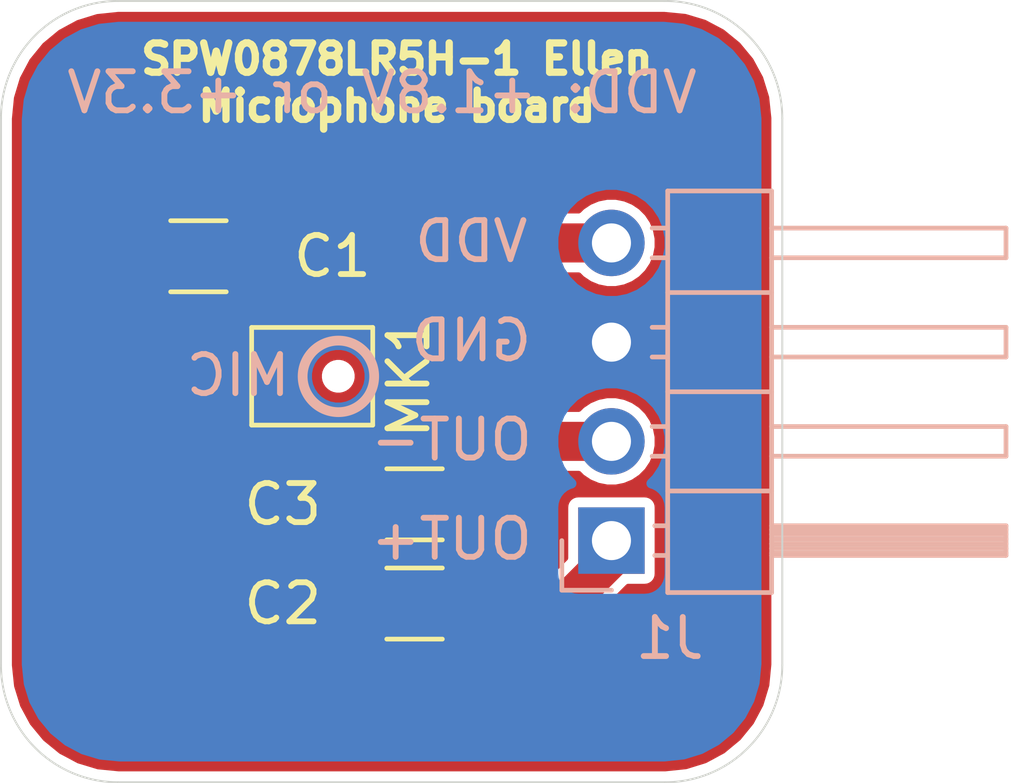
<source format=kicad_pcb>
(kicad_pcb (version 20171130) (host pcbnew 5.99.0+really5.1.10+dfsg1-1)

  (general
    (thickness 1.6)
    (drawings 16)
    (tracks 14)
    (zones 0)
    (modules 5)
    (nets 7)
  )

  (page A4)
  (title_block
    (title "Analog differential microphone")
    (date 2022-02-09)
  )

  (layers
    (0 F.Cu signal)
    (31 B.Cu signal)
    (32 B.Adhes user)
    (33 F.Adhes user)
    (34 B.Paste user)
    (35 F.Paste user)
    (36 B.SilkS user)
    (37 F.SilkS user)
    (38 B.Mask user)
    (39 F.Mask user)
    (40 Dwgs.User user)
    (41 Cmts.User user)
    (42 Eco1.User user)
    (43 Eco2.User user)
    (44 Edge.Cuts user)
    (45 Margin user)
    (46 B.CrtYd user)
    (47 F.CrtYd user)
    (48 B.Fab user)
    (49 F.Fab user)
  )

  (setup
    (last_trace_width 0.25)
    (user_trace_width 0.36)
    (user_trace_width 1)
    (trace_clearance 0.2)
    (zone_clearance 0.254)
    (zone_45_only no)
    (trace_min 0.2)
    (via_size 0.8)
    (via_drill 0.4)
    (via_min_size 0.4)
    (via_min_drill 0.3)
    (user_via 0.6 0.3)
    (uvia_size 0.3)
    (uvia_drill 0.1)
    (uvias_allowed no)
    (uvia_min_size 0.2)
    (uvia_min_drill 0.1)
    (edge_width 0.05)
    (segment_width 0.2)
    (pcb_text_width 0.3)
    (pcb_text_size 1.5 1.5)
    (mod_edge_width 0.12)
    (mod_text_size 1 1)
    (mod_text_width 0.15)
    (pad_size 1.524 1.524)
    (pad_drill 0.762)
    (pad_to_mask_clearance 0)
    (aux_axis_origin 181 103)
    (grid_origin 181 103)
    (visible_elements FFFFFF7F)
    (pcbplotparams
      (layerselection 0x010fc_ffffffff)
      (usegerberextensions false)
      (usegerberattributes true)
      (usegerberadvancedattributes true)
      (creategerberjobfile true)
      (excludeedgelayer true)
      (linewidth 0.100000)
      (plotframeref false)
      (viasonmask false)
      (mode 1)
      (useauxorigin false)
      (hpglpennumber 1)
      (hpglpenspeed 20)
      (hpglpendiameter 15.000000)
      (psnegative false)
      (psa4output false)
      (plotreference true)
      (plotvalue true)
      (plotinvisibletext false)
      (padsonsilk false)
      (subtractmaskfromsilk false)
      (outputformat 1)
      (mirror false)
      (drillshape 0)
      (scaleselection 1)
      (outputdirectory "Production_Files/"))
  )

  (net 0 "")
  (net 1 GND)
  (net 2 VDD)
  (net 3 "Net-(C2-Pad2)")
  (net 4 "Net-(C2-Pad1)")
  (net 5 "Net-(C3-Pad2)")
  (net 6 "Net-(C3-Pad1)")

  (net_class Default "This is the default net class."
    (clearance 0.2)
    (trace_width 0.25)
    (via_dia 0.8)
    (via_drill 0.4)
    (uvia_dia 0.3)
    (uvia_drill 0.1)
    (add_net GND)
    (add_net "Net-(C2-Pad1)")
    (add_net "Net-(C2-Pad2)")
    (add_net "Net-(C3-Pad1)")
    (add_net "Net-(C3-Pad2)")
    (add_net VDD)
  )

  (module SPW0878LR5H-1:SPW0878LR5H-1 (layer F.Cu) (tedit 62063BF5) (tstamp 620437E5)
    (at 188.9665 92.60706 90)
    (path /6203EE5C)
    (fp_text reference MK1 (at -0.02 2.472 90) (layer F.SilkS)
      (effects (font (size 1 1) (thickness 0.15)))
    )
    (fp_text value SPW0878LR5H-1 (at 0 0 90) (layer F.Fab) hide
      (effects (font (size 1 1) (thickness 0.15)))
    )
    (fp_line (start -1.25 -1.55) (end 1.25 -1.55) (layer F.SilkS) (width 0.12))
    (fp_line (start 1.25 -1.55) (end 1.25 1.55) (layer F.SilkS) (width 0.12))
    (fp_line (start 1.25 1.55) (end -1.25 1.55) (layer F.SilkS) (width 0.12))
    (fp_line (start -1.25 1.55) (end -1.25 -1.55) (layer F.SilkS) (width 0.12))
    (pad 5 smd rect (at 0.73 -1.202 90) (size 0.7 0.36) (layers F.Cu F.Paste F.Mask)
      (net 2 VDD))
    (pad 1 smd rect (at -0.73 -1.202 90) (size 0.7 0.36) (layers F.Cu F.Paste F.Mask)
      (net 3 "Net-(C2-Pad2)"))
    (pad 4 smd rect (at 0.73 -0.5 90) (size 0.7 0.36) (layers F.Cu F.Paste F.Mask)
      (net 1 GND) (zone_connect 2))
    (pad 2 smd rect (at -0.73 -0.5 90) (size 0.7 0.36) (layers F.Cu F.Paste F.Mask)
      (net 5 "Net-(C3-Pad2)"))
    (pad 3 smd custom (at 0 0.0805 90) (size 0.1 0.1) (layers F.Cu F.Paste F.Mask)
      (net 1 GND) (zone_connect 2)
      (options (clearance outline) (anchor circle))
      (primitives
        (gr_circle (center 0 0.5875) (end 0.5875 0.5875) (width 0.25))
      ))
    (pad "" np_thru_hole circle (at 0 0.668 90) (size 0.33 0.33) (drill 0.33) (layers *.Cu *.Mask))
  )

  (module Capacitor_SMD:C_1206_3216Metric (layer F.Cu) (tedit 5F68FEEE) (tstamp 6204378A)
    (at 191.587 95.885 180)
    (descr "Capacitor SMD 1206 (3216 Metric), square (rectangular) end terminal, IPC_7351 nominal, (Body size source: IPC-SM-782 page 76, https://www.pcb-3d.com/wordpress/wp-content/uploads/ipc-sm-782a_amendment_1_and_2.pdf), generated with kicad-footprint-generator")
    (tags capacitor)
    (path /620405DE)
    (attr smd)
    (fp_text reference C3 (at 3.373 0) (layer F.SilkS)
      (effects (font (size 1 1) (thickness 0.15)))
    )
    (fp_text value 100n (at 0 1.85) (layer F.Fab) hide
      (effects (font (size 1 1) (thickness 0.15)))
    )
    (fp_line (start -1.6 0.8) (end -1.6 -0.8) (layer F.Fab) (width 0.1))
    (fp_line (start -1.6 -0.8) (end 1.6 -0.8) (layer F.Fab) (width 0.1))
    (fp_line (start 1.6 -0.8) (end 1.6 0.8) (layer F.Fab) (width 0.1))
    (fp_line (start 1.6 0.8) (end -1.6 0.8) (layer F.Fab) (width 0.1))
    (fp_line (start -0.711252 -0.91) (end 0.711252 -0.91) (layer F.SilkS) (width 0.12))
    (fp_line (start -0.711252 0.91) (end 0.711252 0.91) (layer F.SilkS) (width 0.12))
    (fp_line (start -2.3 1.15) (end -2.3 -1.15) (layer F.CrtYd) (width 0.05))
    (fp_line (start -2.3 -1.15) (end 2.3 -1.15) (layer F.CrtYd) (width 0.05))
    (fp_line (start 2.3 -1.15) (end 2.3 1.15) (layer F.CrtYd) (width 0.05))
    (fp_line (start 2.3 1.15) (end -2.3 1.15) (layer F.CrtYd) (width 0.05))
    (fp_text user %R (at 0 0) (layer F.Fab)
      (effects (font (size 0.8 0.8) (thickness 0.12)))
    )
    (pad 2 smd roundrect (at 1.475 0 180) (size 1.15 1.8) (layers F.Cu F.Paste F.Mask) (roundrect_rratio 0.2173904347826087)
      (net 5 "Net-(C3-Pad2)"))
    (pad 1 smd roundrect (at -1.475 0 180) (size 1.15 1.8) (layers F.Cu F.Paste F.Mask) (roundrect_rratio 0.2173904347826087)
      (net 6 "Net-(C3-Pad1)"))
    (model ${KISYS3DMOD}/Capacitor_SMD.3dshapes/C_1206_3216Metric.wrl
      (at (xyz 0 0 0))
      (scale (xyz 1 1 1))
      (rotate (xyz 0 0 0))
    )
  )

  (module Capacitor_SMD:C_1206_3216Metric (layer F.Cu) (tedit 5F68FEEE) (tstamp 62043929)
    (at 191.587 98.425 180)
    (descr "Capacitor SMD 1206 (3216 Metric), square (rectangular) end terminal, IPC_7351 nominal, (Body size source: IPC-SM-782 page 76, https://www.pcb-3d.com/wordpress/wp-content/uploads/ipc-sm-782a_amendment_1_and_2.pdf), generated with kicad-footprint-generator")
    (tags capacitor)
    (path /6203FF4C)
    (attr smd)
    (fp_text reference C2 (at 3.373 0) (layer F.SilkS)
      (effects (font (size 1 1) (thickness 0.15)))
    )
    (fp_text value 100n (at 0 1.85) (layer F.Fab) hide
      (effects (font (size 1 1) (thickness 0.15)))
    )
    (fp_line (start 2.3 1.15) (end -2.3 1.15) (layer F.CrtYd) (width 0.05))
    (fp_line (start 2.3 -1.15) (end 2.3 1.15) (layer F.CrtYd) (width 0.05))
    (fp_line (start -2.3 -1.15) (end 2.3 -1.15) (layer F.CrtYd) (width 0.05))
    (fp_line (start -2.3 1.15) (end -2.3 -1.15) (layer F.CrtYd) (width 0.05))
    (fp_line (start -0.711252 0.91) (end 0.711252 0.91) (layer F.SilkS) (width 0.12))
    (fp_line (start -0.711252 -0.91) (end 0.711252 -0.91) (layer F.SilkS) (width 0.12))
    (fp_line (start 1.6 0.8) (end -1.6 0.8) (layer F.Fab) (width 0.1))
    (fp_line (start 1.6 -0.8) (end 1.6 0.8) (layer F.Fab) (width 0.1))
    (fp_line (start -1.6 -0.8) (end 1.6 -0.8) (layer F.Fab) (width 0.1))
    (fp_line (start -1.6 0.8) (end -1.6 -0.8) (layer F.Fab) (width 0.1))
    (fp_text user %R (at 0 0) (layer F.Fab)
      (effects (font (size 0.8 0.8) (thickness 0.12)))
    )
    (pad 1 smd roundrect (at -1.475 0 180) (size 1.15 1.8) (layers F.Cu F.Paste F.Mask) (roundrect_rratio 0.2173904347826087)
      (net 4 "Net-(C2-Pad1)"))
    (pad 2 smd roundrect (at 1.475 0 180) (size 1.15 1.8) (layers F.Cu F.Paste F.Mask) (roundrect_rratio 0.2173904347826087)
      (net 3 "Net-(C2-Pad2)"))
    (model ${KISYS3DMOD}/Capacitor_SMD.3dshapes/C_1206_3216Metric.wrl
      (at (xyz 0 0 0))
      (scale (xyz 1 1 1))
      (rotate (xyz 0 0 0))
    )
  )

  (module Capacitor_SMD:C_1206_3216Metric (layer F.Cu) (tedit 5F68FEEE) (tstamp 620649B9)
    (at 186.055 89.535 180)
    (descr "Capacitor SMD 1206 (3216 Metric), square (rectangular) end terminal, IPC_7351 nominal, (Body size source: IPC-SM-782 page 76, https://www.pcb-3d.com/wordpress/wp-content/uploads/ipc-sm-782a_amendment_1_and_2.pdf), generated with kicad-footprint-generator")
    (tags capacitor)
    (path /6203F6D0)
    (attr smd)
    (fp_text reference C1 (at -3.429 0) (layer F.SilkS)
      (effects (font (size 1 1) (thickness 0.15)))
    )
    (fp_text value 100n (at 0 1.85) (layer F.Fab) hide
      (effects (font (size 1 1) (thickness 0.15)))
    )
    (fp_line (start -1.6 0.8) (end -1.6 -0.8) (layer F.Fab) (width 0.1))
    (fp_line (start -1.6 -0.8) (end 1.6 -0.8) (layer F.Fab) (width 0.1))
    (fp_line (start 1.6 -0.8) (end 1.6 0.8) (layer F.Fab) (width 0.1))
    (fp_line (start 1.6 0.8) (end -1.6 0.8) (layer F.Fab) (width 0.1))
    (fp_line (start -0.711252 -0.91) (end 0.711252 -0.91) (layer F.SilkS) (width 0.12))
    (fp_line (start -0.711252 0.91) (end 0.711252 0.91) (layer F.SilkS) (width 0.12))
    (fp_line (start -2.3 1.15) (end -2.3 -1.15) (layer F.CrtYd) (width 0.05))
    (fp_line (start -2.3 -1.15) (end 2.3 -1.15) (layer F.CrtYd) (width 0.05))
    (fp_line (start 2.3 -1.15) (end 2.3 1.15) (layer F.CrtYd) (width 0.05))
    (fp_line (start 2.3 1.15) (end -2.3 1.15) (layer F.CrtYd) (width 0.05))
    (fp_text user %R (at 0 0) (layer F.Fab)
      (effects (font (size 0.8 0.8) (thickness 0.12)))
    )
    (pad 2 smd roundrect (at 1.475 0 180) (size 1.15 1.8) (layers F.Cu F.Paste F.Mask) (roundrect_rratio 0.2173904347826087)
      (net 1 GND))
    (pad 1 smd roundrect (at -1.475 0 180) (size 1.15 1.8) (layers F.Cu F.Paste F.Mask) (roundrect_rratio 0.2173904347826087)
      (net 2 VDD))
    (model ${KISYS3DMOD}/Capacitor_SMD.3dshapes/C_1206_3216Metric.wrl
      (at (xyz 0 0 0))
      (scale (xyz 1 1 1))
      (rotate (xyz 0 0 0))
    )
  )

  (module Connector_PinHeader_2.54mm:PinHeader_1x04_P2.54mm_Horizontal (layer B.Cu) (tedit 59FED5CB) (tstamp 620437D7)
    (at 196.627 96.8135)
    (descr "Through hole angled pin header, 1x04, 2.54mm pitch, 6mm pin length, single row")
    (tags "Through hole angled pin header THT 1x04 2.54mm single row")
    (path /62040ECB)
    (fp_text reference J1 (at 1.493 2.5005) (layer B.SilkS)
      (effects (font (size 1 1) (thickness 0.15)) (justify mirror))
    )
    (fp_text value Conn_01x04 (at 4.385 -9.89) (layer B.Fab) hide
      (effects (font (size 1 1) (thickness 0.15)) (justify mirror))
    )
    (fp_line (start 2.135 1.27) (end 4.04 1.27) (layer B.Fab) (width 0.1))
    (fp_line (start 4.04 1.27) (end 4.04 -8.89) (layer B.Fab) (width 0.1))
    (fp_line (start 4.04 -8.89) (end 1.5 -8.89) (layer B.Fab) (width 0.1))
    (fp_line (start 1.5 -8.89) (end 1.5 0.635) (layer B.Fab) (width 0.1))
    (fp_line (start 1.5 0.635) (end 2.135 1.27) (layer B.Fab) (width 0.1))
    (fp_line (start -0.32 0.32) (end 1.5 0.32) (layer B.Fab) (width 0.1))
    (fp_line (start -0.32 0.32) (end -0.32 -0.32) (layer B.Fab) (width 0.1))
    (fp_line (start -0.32 -0.32) (end 1.5 -0.32) (layer B.Fab) (width 0.1))
    (fp_line (start 4.04 0.32) (end 10.04 0.32) (layer B.Fab) (width 0.1))
    (fp_line (start 10.04 0.32) (end 10.04 -0.32) (layer B.Fab) (width 0.1))
    (fp_line (start 4.04 -0.32) (end 10.04 -0.32) (layer B.Fab) (width 0.1))
    (fp_line (start -0.32 -2.22) (end 1.5 -2.22) (layer B.Fab) (width 0.1))
    (fp_line (start -0.32 -2.22) (end -0.32 -2.86) (layer B.Fab) (width 0.1))
    (fp_line (start -0.32 -2.86) (end 1.5 -2.86) (layer B.Fab) (width 0.1))
    (fp_line (start 4.04 -2.22) (end 10.04 -2.22) (layer B.Fab) (width 0.1))
    (fp_line (start 10.04 -2.22) (end 10.04 -2.86) (layer B.Fab) (width 0.1))
    (fp_line (start 4.04 -2.86) (end 10.04 -2.86) (layer B.Fab) (width 0.1))
    (fp_line (start -0.32 -4.76) (end 1.5 -4.76) (layer B.Fab) (width 0.1))
    (fp_line (start -0.32 -4.76) (end -0.32 -5.4) (layer B.Fab) (width 0.1))
    (fp_line (start -0.32 -5.4) (end 1.5 -5.4) (layer B.Fab) (width 0.1))
    (fp_line (start 4.04 -4.76) (end 10.04 -4.76) (layer B.Fab) (width 0.1))
    (fp_line (start 10.04 -4.76) (end 10.04 -5.4) (layer B.Fab) (width 0.1))
    (fp_line (start 4.04 -5.4) (end 10.04 -5.4) (layer B.Fab) (width 0.1))
    (fp_line (start -0.32 -7.3) (end 1.5 -7.3) (layer B.Fab) (width 0.1))
    (fp_line (start -0.32 -7.3) (end -0.32 -7.94) (layer B.Fab) (width 0.1))
    (fp_line (start -0.32 -7.94) (end 1.5 -7.94) (layer B.Fab) (width 0.1))
    (fp_line (start 4.04 -7.3) (end 10.04 -7.3) (layer B.Fab) (width 0.1))
    (fp_line (start 10.04 -7.3) (end 10.04 -7.94) (layer B.Fab) (width 0.1))
    (fp_line (start 4.04 -7.94) (end 10.04 -7.94) (layer B.Fab) (width 0.1))
    (fp_line (start 1.44 1.33) (end 1.44 -8.95) (layer B.SilkS) (width 0.12))
    (fp_line (start 1.44 -8.95) (end 4.1 -8.95) (layer B.SilkS) (width 0.12))
    (fp_line (start 4.1 -8.95) (end 4.1 1.33) (layer B.SilkS) (width 0.12))
    (fp_line (start 4.1 1.33) (end 1.44 1.33) (layer B.SilkS) (width 0.12))
    (fp_line (start 4.1 0.38) (end 10.1 0.38) (layer B.SilkS) (width 0.12))
    (fp_line (start 10.1 0.38) (end 10.1 -0.38) (layer B.SilkS) (width 0.12))
    (fp_line (start 10.1 -0.38) (end 4.1 -0.38) (layer B.SilkS) (width 0.12))
    (fp_line (start 4.1 0.32) (end 10.1 0.32) (layer B.SilkS) (width 0.12))
    (fp_line (start 4.1 0.2) (end 10.1 0.2) (layer B.SilkS) (width 0.12))
    (fp_line (start 4.1 0.08) (end 10.1 0.08) (layer B.SilkS) (width 0.12))
    (fp_line (start 4.1 -0.04) (end 10.1 -0.04) (layer B.SilkS) (width 0.12))
    (fp_line (start 4.1 -0.16) (end 10.1 -0.16) (layer B.SilkS) (width 0.12))
    (fp_line (start 4.1 -0.28) (end 10.1 -0.28) (layer B.SilkS) (width 0.12))
    (fp_line (start 1.11 0.38) (end 1.44 0.38) (layer B.SilkS) (width 0.12))
    (fp_line (start 1.11 -0.38) (end 1.44 -0.38) (layer B.SilkS) (width 0.12))
    (fp_line (start 1.44 -1.27) (end 4.1 -1.27) (layer B.SilkS) (width 0.12))
    (fp_line (start 4.1 -2.16) (end 10.1 -2.16) (layer B.SilkS) (width 0.12))
    (fp_line (start 10.1 -2.16) (end 10.1 -2.92) (layer B.SilkS) (width 0.12))
    (fp_line (start 10.1 -2.92) (end 4.1 -2.92) (layer B.SilkS) (width 0.12))
    (fp_line (start 1.042929 -2.16) (end 1.44 -2.16) (layer B.SilkS) (width 0.12))
    (fp_line (start 1.042929 -2.92) (end 1.44 -2.92) (layer B.SilkS) (width 0.12))
    (fp_line (start 1.44 -3.81) (end 4.1 -3.81) (layer B.SilkS) (width 0.12))
    (fp_line (start 4.1 -4.7) (end 10.1 -4.7) (layer B.SilkS) (width 0.12))
    (fp_line (start 10.1 -4.7) (end 10.1 -5.46) (layer B.SilkS) (width 0.12))
    (fp_line (start 10.1 -5.46) (end 4.1 -5.46) (layer B.SilkS) (width 0.12))
    (fp_line (start 1.042929 -4.7) (end 1.44 -4.7) (layer B.SilkS) (width 0.12))
    (fp_line (start 1.042929 -5.46) (end 1.44 -5.46) (layer B.SilkS) (width 0.12))
    (fp_line (start 1.44 -6.35) (end 4.1 -6.35) (layer B.SilkS) (width 0.12))
    (fp_line (start 4.1 -7.24) (end 10.1 -7.24) (layer B.SilkS) (width 0.12))
    (fp_line (start 10.1 -7.24) (end 10.1 -8) (layer B.SilkS) (width 0.12))
    (fp_line (start 10.1 -8) (end 4.1 -8) (layer B.SilkS) (width 0.12))
    (fp_line (start 1.042929 -7.24) (end 1.44 -7.24) (layer B.SilkS) (width 0.12))
    (fp_line (start 1.042929 -8) (end 1.44 -8) (layer B.SilkS) (width 0.12))
    (fp_line (start -1.27 0) (end -1.27 1.27) (layer B.SilkS) (width 0.12))
    (fp_line (start -1.27 1.27) (end 0 1.27) (layer B.SilkS) (width 0.12))
    (fp_line (start -1.8 1.8) (end -1.8 -9.4) (layer B.CrtYd) (width 0.05))
    (fp_line (start -1.8 -9.4) (end 10.55 -9.4) (layer B.CrtYd) (width 0.05))
    (fp_line (start 10.55 -9.4) (end 10.55 1.8) (layer B.CrtYd) (width 0.05))
    (fp_line (start 10.55 1.8) (end -1.8 1.8) (layer B.CrtYd) (width 0.05))
    (fp_text user %R (at 2.77 -3.81 -90) (layer B.Fab)
      (effects (font (size 1 1) (thickness 0.15)) (justify mirror))
    )
    (pad 4 thru_hole oval (at 0 -7.62) (size 1.7 1.7) (drill 1) (layers *.Cu *.Mask)
      (net 2 VDD))
    (pad 3 thru_hole oval (at 0 -5.08) (size 1.7 1.7) (drill 1) (layers *.Cu *.Mask)
      (net 1 GND))
    (pad 2 thru_hole oval (at 0 -2.54) (size 1.7 1.7) (drill 1) (layers *.Cu *.Mask)
      (net 6 "Net-(C3-Pad1)"))
    (pad 1 thru_hole rect (at 0 0) (size 1.7 1.7) (drill 1) (layers *.Cu *.Mask)
      (net 4 "Net-(C2-Pad1)"))
    (model ${KISYS3DMOD}/Connector_PinHeader_2.54mm.3dshapes/PinHeader_1x04_P2.54mm_Horizontal.wrl
      (at (xyz 0 0 0))
      (scale (xyz 1 1 1))
      (rotate (xyz 0 0 0))
    )
  )

  (gr_text "SPW0878LR5H-1 Ellen\nMicrophone board" (at 191.135 85.09) (layer F.SilkS)
    (effects (font (size 0.75 0.75) (thickness 0.1875)))
  )
  (gr_text MIC (at 187.071 92.583) (layer B.SilkS)
    (effects (font (size 1 1) (thickness 0.15)) (justify mirror))
  )
  (gr_circle (center 189.63781 92.60981) (end 190.55362 92.60981) (layer B.SilkS) (width 0.25))
  (gr_text OUT+ (at 192.532 96.774) (layer B.SilkS) (tstamp 62044B97)
    (effects (font (size 1 1) (thickness 0.15)) (justify mirror))
  )
  (gr_text OUT- (at 192.532 94.234) (layer B.SilkS) (tstamp 62044B97)
    (effects (font (size 1 1) (thickness 0.15)) (justify mirror))
  )
  (gr_text GND (at 193.04 91.694) (layer B.SilkS) (tstamp 62044B97)
    (effects (font (size 1 1) (thickness 0.15)) (justify mirror))
  )
  (gr_text "VDD: +1.8V or +3.3V" (at 190.754 85.344) (layer B.SilkS)
    (effects (font (size 1 1) (thickness 0.15)) (justify mirror))
  )
  (gr_text VDD (at 193.04 89.154) (layer B.SilkS)
    (effects (font (size 1 1) (thickness 0.15)) (justify mirror))
  )
  (gr_arc (start 198 86) (end 201 86) (angle -90) (layer Edge.Cuts) (width 0.05) (tstamp 62044B41))
  (gr_arc (start 184 86) (end 184 83) (angle -90) (layer Edge.Cuts) (width 0.05) (tstamp 62044B41))
  (gr_arc (start 184 100) (end 181 100) (angle -90) (layer Edge.Cuts) (width 0.05) (tstamp 62044B41))
  (gr_arc (start 198 100) (end 198 103) (angle -90) (layer Edge.Cuts) (width 0.05))
  (gr_line (start 201 86) (end 201 100) (layer Edge.Cuts) (width 0.05) (tstamp 620445B5))
  (gr_line (start 184 83) (end 198 83) (layer Edge.Cuts) (width 0.05))
  (gr_line (start 181 100) (end 181 86) (layer Edge.Cuts) (width 0.05))
  (gr_line (start 198 103) (end 184 103) (layer Edge.Cuts) (width 0.05))

  (segment (start 187.7645 89.7695) (end 187.53 89.535) (width 0.25) (layer F.Cu) (net 2))
  (segment (start 187.7645 91.87706) (end 187.7645 89.7695) (width 0.25) (layer F.Cu) (net 2))
  (segment (start 187.8715 89.1935) (end 187.53 89.535) (width 1) (layer F.Cu) (net 2))
  (segment (start 196.627 89.1935) (end 187.8715 89.1935) (width 1) (layer F.Cu) (net 2) (tstamp 62067C4D))
  (segment (start 187.7645 93.33706) (end 187.7645 97.531) (width 0.36) (layer F.Cu) (net 3))
  (segment (start 188.6585 98.425) (end 190.112 98.425) (width 0.36) (layer F.Cu) (net 3))
  (segment (start 187.7645 97.531) (end 188.6585 98.425) (width 0.36) (layer F.Cu) (net 3))
  (segment (start 196.627 96.8135) (end 196.627 97.251) (width 1) (layer F.Cu) (net 4))
  (segment (start 195.453 98.425) (end 193.062 98.425) (width 1) (layer F.Cu) (net 4))
  (segment (start 196.627 97.251) (end 195.453 98.425) (width 1) (layer F.Cu) (net 4))
  (segment (start 188.4665 94.2395) (end 190.112 95.885) (width 0.36) (layer F.Cu) (net 5))
  (segment (start 188.4665 93.33706) (end 188.4665 94.2395) (width 0.36) (layer F.Cu) (net 5))
  (segment (start 194.6735 94.2735) (end 193.062 95.885) (width 1) (layer F.Cu) (net 6))
  (segment (start 196.627 94.2735) (end 194.6735 94.2735) (width 1) (layer F.Cu) (net 6))

  (zone (net 1) (net_name GND) (layer B.Cu) (tstamp 62067BEB) (hatch edge 0.508)
    (connect_pads yes (clearance 0.508))
    (min_thickness 0.254)
    (fill yes (arc_segments 32) (thermal_gap 0.508) (thermal_bridge_width 0.508))
    (polygon
      (pts
        (xy 201 103) (xy 181 103) (xy 181 83) (xy 201 83)
      )
    )
    (filled_polygon
      (pts
        (xy 198.453893 83.70767) (xy 198.890498 83.839489) (xy 199.293185 84.0536) (xy 199.646612 84.341848) (xy 199.937327 84.693261)
        (xy 200.154242 85.094439) (xy 200.289106 85.530113) (xy 200.34 86.014344) (xy 200.340001 99.967711) (xy 200.29233 100.453894)
        (xy 200.160512 100.890497) (xy 199.946399 101.293186) (xy 199.65815 101.646613) (xy 199.306739 101.937327) (xy 198.905564 102.15424)
        (xy 198.469886 102.289106) (xy 197.985664 102.34) (xy 184.032279 102.34) (xy 183.546106 102.29233) (xy 183.109503 102.160512)
        (xy 182.706814 101.946399) (xy 182.353387 101.65815) (xy 182.062673 101.306739) (xy 181.84576 100.905564) (xy 181.710894 100.469886)
        (xy 181.66 99.985664) (xy 181.66 95.9635) (xy 195.138928 95.9635) (xy 195.138928 97.6635) (xy 195.151188 97.787982)
        (xy 195.187498 97.90768) (xy 195.246463 98.017994) (xy 195.325815 98.114685) (xy 195.422506 98.194037) (xy 195.53282 98.253002)
        (xy 195.652518 98.289312) (xy 195.777 98.301572) (xy 197.477 98.301572) (xy 197.601482 98.289312) (xy 197.72118 98.253002)
        (xy 197.831494 98.194037) (xy 197.928185 98.114685) (xy 198.007537 98.017994) (xy 198.066502 97.90768) (xy 198.102812 97.787982)
        (xy 198.115072 97.6635) (xy 198.115072 95.9635) (xy 198.102812 95.839018) (xy 198.066502 95.71932) (xy 198.007537 95.609006)
        (xy 197.928185 95.512315) (xy 197.831494 95.432963) (xy 197.72118 95.373998) (xy 197.64862 95.351987) (xy 197.780475 95.220132)
        (xy 197.94299 94.976911) (xy 198.054932 94.706658) (xy 198.112 94.41976) (xy 198.112 94.12724) (xy 198.054932 93.840342)
        (xy 197.94299 93.570089) (xy 197.780475 93.326868) (xy 197.573632 93.120025) (xy 197.330411 92.95751) (xy 197.060158 92.845568)
        (xy 196.77326 92.7885) (xy 196.48074 92.7885) (xy 196.193842 92.845568) (xy 195.923589 92.95751) (xy 195.680368 93.120025)
        (xy 195.473525 93.326868) (xy 195.31101 93.570089) (xy 195.199068 93.840342) (xy 195.142 94.12724) (xy 195.142 94.41976)
        (xy 195.199068 94.706658) (xy 195.31101 94.976911) (xy 195.473525 95.220132) (xy 195.60538 95.351987) (xy 195.53282 95.373998)
        (xy 195.422506 95.432963) (xy 195.325815 95.512315) (xy 195.246463 95.609006) (xy 195.187498 95.71932) (xy 195.151188 95.839018)
        (xy 195.138928 95.9635) (xy 181.66 95.9635) (xy 181.66 92.528267) (xy 188.8345 92.528267) (xy 188.8345 92.685853)
        (xy 188.865243 92.840411) (xy 188.925549 92.986002) (xy 189.013099 93.11703) (xy 189.12453 93.228461) (xy 189.255558 93.316011)
        (xy 189.401149 93.376317) (xy 189.555707 93.40706) (xy 189.713293 93.40706) (xy 189.867851 93.376317) (xy 190.013442 93.316011)
        (xy 190.14447 93.228461) (xy 190.255901 93.11703) (xy 190.343451 92.986002) (xy 190.403757 92.840411) (xy 190.4345 92.685853)
        (xy 190.4345 92.528267) (xy 190.403757 92.373709) (xy 190.343451 92.228118) (xy 190.255901 92.09709) (xy 190.14447 91.985659)
        (xy 190.013442 91.898109) (xy 189.867851 91.837803) (xy 189.713293 91.80706) (xy 189.555707 91.80706) (xy 189.401149 91.837803)
        (xy 189.255558 91.898109) (xy 189.12453 91.985659) (xy 189.013099 92.09709) (xy 188.925549 92.228118) (xy 188.865243 92.373709)
        (xy 188.8345 92.528267) (xy 181.66 92.528267) (xy 181.66 89.04724) (xy 195.142 89.04724) (xy 195.142 89.33976)
        (xy 195.199068 89.626658) (xy 195.31101 89.896911) (xy 195.473525 90.140132) (xy 195.680368 90.346975) (xy 195.923589 90.50949)
        (xy 196.193842 90.621432) (xy 196.48074 90.6785) (xy 196.77326 90.6785) (xy 197.060158 90.621432) (xy 197.330411 90.50949)
        (xy 197.573632 90.346975) (xy 197.780475 90.140132) (xy 197.94299 89.896911) (xy 198.054932 89.626658) (xy 198.112 89.33976)
        (xy 198.112 89.04724) (xy 198.054932 88.760342) (xy 197.94299 88.490089) (xy 197.780475 88.246868) (xy 197.573632 88.040025)
        (xy 197.330411 87.87751) (xy 197.060158 87.765568) (xy 196.77326 87.7085) (xy 196.48074 87.7085) (xy 196.193842 87.765568)
        (xy 195.923589 87.87751) (xy 195.680368 88.040025) (xy 195.473525 88.246868) (xy 195.31101 88.490089) (xy 195.199068 88.760342)
        (xy 195.142 89.04724) (xy 181.66 89.04724) (xy 181.66 86.032279) (xy 181.70767 85.546107) (xy 181.839489 85.109502)
        (xy 182.0536 84.706815) (xy 182.341848 84.353388) (xy 182.693261 84.062673) (xy 183.094439 83.845758) (xy 183.530113 83.710894)
        (xy 184.014344 83.66) (xy 197.967721 83.66)
      )
    )
  )
  (zone (net 1) (net_name GND) (layer F.Cu) (tstamp 62067BE8) (hatch edge 0.508)
    (connect_pads yes (clearance 0.254))
    (min_thickness 0.127)
    (fill yes (arc_segments 32) (thermal_gap 0.508) (thermal_bridge_width 0.508))
    (polygon
      (pts
        (xy 201 103) (xy 181 103) (xy 181 83) (xy 201 83)
      )
    )
    (filled_polygon
      (pts
        (xy 198.515857 83.394723) (xy 199.012067 83.544537) (xy 199.469731 83.78788) (xy 199.871408 84.115482) (xy 200.201806 84.514864)
        (xy 200.448337 84.970814) (xy 200.601612 85.465967) (xy 200.657489 85.997602) (xy 200.6575 86.000621) (xy 200.657501 99.983243)
        (xy 200.605277 100.515857) (xy 200.455463 101.012067) (xy 200.212118 101.469733) (xy 199.884521 101.871406) (xy 199.485136 102.201806)
        (xy 199.029186 102.448337) (xy 198.534035 102.601612) (xy 198.002398 102.657489) (xy 197.99938 102.6575) (xy 184.016747 102.6575)
        (xy 183.484143 102.605277) (xy 182.987933 102.455463) (xy 182.530267 102.212118) (xy 182.128594 101.884521) (xy 181.798194 101.485136)
        (xy 181.551663 101.029186) (xy 181.398388 100.534035) (xy 181.342511 100.002398) (xy 181.3425 99.99938) (xy 181.3425 97.531)
        (xy 187.264593 97.531) (xy 187.2742 97.628526) (xy 187.302647 97.722306) (xy 187.348843 97.808733) (xy 187.377904 97.844144)
        (xy 187.411013 97.884488) (xy 187.429999 97.900069) (xy 188.289431 98.759502) (xy 188.305012 98.778488) (xy 188.35098 98.816212)
        (xy 188.380766 98.840657) (xy 188.426963 98.86535) (xy 188.467194 98.886854) (xy 188.560973 98.915301) (xy 188.634062 98.9225)
        (xy 188.634065 98.9225) (xy 188.6585 98.924907) (xy 188.682935 98.9225) (xy 189.217964 98.9225) (xy 189.217964 99.075001)
        (xy 189.228898 99.186014) (xy 189.261279 99.292761) (xy 189.313864 99.39114) (xy 189.38463 99.47737) (xy 189.47086 99.548136)
        (xy 189.569239 99.600721) (xy 189.675986 99.633102) (xy 189.786999 99.644036) (xy 190.437001 99.644036) (xy 190.548014 99.633102)
        (xy 190.654761 99.600721) (xy 190.75314 99.548136) (xy 190.83937 99.47737) (xy 190.910136 99.39114) (xy 190.962721 99.292761)
        (xy 190.995102 99.186014) (xy 191.006036 99.075001) (xy 191.006036 97.774999) (xy 192.167964 97.774999) (xy 192.167964 99.075001)
        (xy 192.178898 99.186014) (xy 192.211279 99.292761) (xy 192.263864 99.39114) (xy 192.33463 99.47737) (xy 192.42086 99.548136)
        (xy 192.519239 99.600721) (xy 192.625986 99.633102) (xy 192.736999 99.644036) (xy 193.387001 99.644036) (xy 193.498014 99.633102)
        (xy 193.604761 99.600721) (xy 193.70314 99.548136) (xy 193.78937 99.47737) (xy 193.860136 99.39114) (xy 193.912721 99.292761)
        (xy 193.927967 99.2425) (xy 195.412852 99.2425) (xy 195.453 99.246454) (xy 195.493148 99.2425) (xy 195.493156 99.2425)
        (xy 195.613258 99.230671) (xy 195.767357 99.183925) (xy 195.909376 99.108015) (xy 196.033856 99.005856) (xy 196.059454 98.974665)
        (xy 197.051584 97.982536) (xy 197.477 97.982536) (xy 197.539241 97.976406) (xy 197.59909 97.958251) (xy 197.654247 97.928769)
        (xy 197.702593 97.889093) (xy 197.742269 97.840747) (xy 197.771751 97.78559) (xy 197.789906 97.725741) (xy 197.796036 97.6635)
        (xy 197.796036 95.9635) (xy 197.789906 95.901259) (xy 197.771751 95.84141) (xy 197.742269 95.786253) (xy 197.702593 95.737907)
        (xy 197.654247 95.698231) (xy 197.59909 95.668749) (xy 197.539241 95.650594) (xy 197.477 95.644464) (xy 195.777 95.644464)
        (xy 195.714759 95.650594) (xy 195.65491 95.668749) (xy 195.599753 95.698231) (xy 195.551407 95.737907) (xy 195.511731 95.786253)
        (xy 195.482249 95.84141) (xy 195.464094 95.901259) (xy 195.457964 95.9635) (xy 195.457964 97.263917) (xy 195.114381 97.6075)
        (xy 193.927967 97.6075) (xy 193.912721 97.557239) (xy 193.860136 97.45886) (xy 193.78937 97.37263) (xy 193.70314 97.301864)
        (xy 193.604761 97.249279) (xy 193.498014 97.216898) (xy 193.387001 97.205964) (xy 192.736999 97.205964) (xy 192.625986 97.216898)
        (xy 192.519239 97.249279) (xy 192.42086 97.301864) (xy 192.33463 97.37263) (xy 192.263864 97.45886) (xy 192.211279 97.557239)
        (xy 192.178898 97.663986) (xy 192.167964 97.774999) (xy 191.006036 97.774999) (xy 190.995102 97.663986) (xy 190.962721 97.557239)
        (xy 190.910136 97.45886) (xy 190.83937 97.37263) (xy 190.75314 97.301864) (xy 190.654761 97.249279) (xy 190.548014 97.216898)
        (xy 190.437001 97.205964) (xy 189.786999 97.205964) (xy 189.675986 97.216898) (xy 189.569239 97.249279) (xy 189.47086 97.301864)
        (xy 189.38463 97.37263) (xy 189.313864 97.45886) (xy 189.261279 97.557239) (xy 189.228898 97.663986) (xy 189.217964 97.774999)
        (xy 189.217964 97.9275) (xy 188.864571 97.9275) (xy 188.262 97.32493) (xy 188.262 94.73857) (xy 189.217964 95.694535)
        (xy 189.217964 96.535001) (xy 189.228898 96.646014) (xy 189.261279 96.752761) (xy 189.313864 96.85114) (xy 189.38463 96.93737)
        (xy 189.47086 97.008136) (xy 189.569239 97.060721) (xy 189.675986 97.093102) (xy 189.786999 97.104036) (xy 190.437001 97.104036)
        (xy 190.548014 97.093102) (xy 190.654761 97.060721) (xy 190.75314 97.008136) (xy 190.83937 96.93737) (xy 190.910136 96.85114)
        (xy 190.962721 96.752761) (xy 190.995102 96.646014) (xy 191.006036 96.535001) (xy 191.006036 95.234999) (xy 192.167964 95.234999)
        (xy 192.167964 96.535001) (xy 192.178898 96.646014) (xy 192.211279 96.752761) (xy 192.263864 96.85114) (xy 192.33463 96.93737)
        (xy 192.42086 97.008136) (xy 192.519239 97.060721) (xy 192.625986 97.093102) (xy 192.736999 97.104036) (xy 193.387001 97.104036)
        (xy 193.498014 97.093102) (xy 193.604761 97.060721) (xy 193.70314 97.008136) (xy 193.78937 96.93737) (xy 193.860136 96.85114)
        (xy 193.912721 96.752761) (xy 193.945102 96.646014) (xy 193.956036 96.535001) (xy 193.956036 96.147083) (xy 195.01212 95.091)
        (xy 195.793406 95.091) (xy 195.882762 95.180356) (xy 196.073981 95.308125) (xy 196.286453 95.396134) (xy 196.512011 95.441)
        (xy 196.741989 95.441) (xy 196.967547 95.396134) (xy 197.180019 95.308125) (xy 197.371238 95.180356) (xy 197.533856 95.017738)
        (xy 197.661625 94.826519) (xy 197.749634 94.614047) (xy 197.7945 94.388489) (xy 197.7945 94.158511) (xy 197.749634 93.932953)
        (xy 197.661625 93.720481) (xy 197.533856 93.529262) (xy 197.371238 93.366644) (xy 197.180019 93.238875) (xy 196.967547 93.150866)
        (xy 196.741989 93.106) (xy 196.512011 93.106) (xy 196.286453 93.150866) (xy 196.073981 93.238875) (xy 195.882762 93.366644)
        (xy 195.793406 93.456) (xy 194.713645 93.456) (xy 194.673499 93.452046) (xy 194.633353 93.456) (xy 194.633344 93.456)
        (xy 194.513242 93.467829) (xy 194.359143 93.514575) (xy 194.217124 93.590485) (xy 194.217122 93.590486) (xy 194.217123 93.590486)
        (xy 194.123834 93.667046) (xy 194.12383 93.66705) (xy 194.092644 93.692644) (xy 194.06705 93.72383) (xy 193.124917 94.665964)
        (xy 192.736999 94.665964) (xy 192.625986 94.676898) (xy 192.519239 94.709279) (xy 192.42086 94.761864) (xy 192.33463 94.83263)
        (xy 192.263864 94.91886) (xy 192.211279 95.017239) (xy 192.178898 95.123986) (xy 192.167964 95.234999) (xy 191.006036 95.234999)
        (xy 190.995102 95.123986) (xy 190.962721 95.017239) (xy 190.910136 94.91886) (xy 190.83937 94.83263) (xy 190.75314 94.761864)
        (xy 190.654761 94.709279) (xy 190.548014 94.676898) (xy 190.437001 94.665964) (xy 189.786999 94.665964) (xy 189.675986 94.676898)
        (xy 189.623415 94.692845) (xy 188.964 94.03343) (xy 188.964 93.702656) (xy 188.965536 93.68706) (xy 188.965536 92.98706)
        (xy 188.959406 92.924819) (xy 188.941251 92.86497) (xy 188.911769 92.809813) (xy 188.872093 92.761467) (xy 188.823747 92.721791)
        (xy 188.76859 92.692309) (xy 188.708741 92.674154) (xy 188.6465 92.668024) (xy 188.2865 92.668024) (xy 188.224259 92.674154)
        (xy 188.16441 92.692309) (xy 188.1155 92.718452) (xy 188.06659 92.692309) (xy 188.006741 92.674154) (xy 187.9445 92.668024)
        (xy 187.5845 92.668024) (xy 187.522259 92.674154) (xy 187.46241 92.692309) (xy 187.407253 92.721791) (xy 187.358907 92.761467)
        (xy 187.319231 92.809813) (xy 187.289749 92.86497) (xy 187.271594 92.924819) (xy 187.265464 92.98706) (xy 187.265464 93.68706)
        (xy 187.267 93.702657) (xy 187.267001 97.506555) (xy 187.264593 97.531) (xy 181.3425 97.531) (xy 181.3425 92.559538)
        (xy 189.152 92.559538) (xy 189.152 92.654582) (xy 189.170542 92.7478) (xy 189.206914 92.83561) (xy 189.259717 92.914636)
        (xy 189.326924 92.981843) (xy 189.40595 93.034646) (xy 189.49376 93.071018) (xy 189.586978 93.08956) (xy 189.682022 93.08956)
        (xy 189.77524 93.071018) (xy 189.86305 93.034646) (xy 189.942076 92.981843) (xy 190.009283 92.914636) (xy 190.062086 92.83561)
        (xy 190.098458 92.7478) (xy 190.117 92.654582) (xy 190.117 92.559538) (xy 190.098458 92.46632) (xy 190.062086 92.37851)
        (xy 190.009283 92.299484) (xy 189.942076 92.232277) (xy 189.86305 92.179474) (xy 189.77524 92.143102) (xy 189.682022 92.12456)
        (xy 189.586978 92.12456) (xy 189.49376 92.143102) (xy 189.40595 92.179474) (xy 189.326924 92.232277) (xy 189.259717 92.299484)
        (xy 189.206914 92.37851) (xy 189.170542 92.46632) (xy 189.152 92.559538) (xy 181.3425 92.559538) (xy 181.3425 88.884999)
        (xy 186.635964 88.884999) (xy 186.635964 90.185001) (xy 186.646898 90.296014) (xy 186.679279 90.402761) (xy 186.731864 90.50114)
        (xy 186.80263 90.58737) (xy 186.88886 90.658136) (xy 186.987239 90.710721) (xy 187.093986 90.743102) (xy 187.204999 90.754036)
        (xy 187.322001 90.754036) (xy 187.322 91.346439) (xy 187.319231 91.349813) (xy 187.289749 91.40497) (xy 187.271594 91.464819)
        (xy 187.265464 91.52706) (xy 187.265464 92.22706) (xy 187.271594 92.289301) (xy 187.289749 92.34915) (xy 187.319231 92.404307)
        (xy 187.358907 92.452653) (xy 187.407253 92.492329) (xy 187.46241 92.521811) (xy 187.522259 92.539966) (xy 187.5845 92.546096)
        (xy 187.9445 92.546096) (xy 188.006741 92.539966) (xy 188.06659 92.521811) (xy 188.121747 92.492329) (xy 188.170093 92.452653)
        (xy 188.209769 92.404307) (xy 188.239251 92.34915) (xy 188.257406 92.289301) (xy 188.263536 92.22706) (xy 188.263536 91.52706)
        (xy 188.257406 91.464819) (xy 188.239251 91.40497) (xy 188.209769 91.349813) (xy 188.207 91.346439) (xy 188.207 90.628707)
        (xy 188.25737 90.58737) (xy 188.328136 90.50114) (xy 188.380721 90.402761) (xy 188.413102 90.296014) (xy 188.424036 90.185001)
        (xy 188.424036 90.011) (xy 195.793406 90.011) (xy 195.882762 90.100356) (xy 196.073981 90.228125) (xy 196.286453 90.316134)
        (xy 196.512011 90.361) (xy 196.741989 90.361) (xy 196.967547 90.316134) (xy 197.180019 90.228125) (xy 197.371238 90.100356)
        (xy 197.533856 89.937738) (xy 197.661625 89.746519) (xy 197.749634 89.534047) (xy 197.7945 89.308489) (xy 197.7945 89.078511)
        (xy 197.749634 88.852953) (xy 197.661625 88.640481) (xy 197.533856 88.449262) (xy 197.371238 88.286644) (xy 197.180019 88.158875)
        (xy 196.967547 88.070866) (xy 196.741989 88.026) (xy 196.512011 88.026) (xy 196.286453 88.070866) (xy 196.073981 88.158875)
        (xy 195.882762 88.286644) (xy 195.793406 88.376) (xy 188.104044 88.376) (xy 188.072761 88.359279) (xy 187.966014 88.326898)
        (xy 187.855001 88.315964) (xy 187.204999 88.315964) (xy 187.093986 88.326898) (xy 186.987239 88.359279) (xy 186.88886 88.411864)
        (xy 186.80263 88.48263) (xy 186.731864 88.56886) (xy 186.679279 88.667239) (xy 186.646898 88.773986) (xy 186.635964 88.884999)
        (xy 181.3425 88.884999) (xy 181.3425 86.016747) (xy 181.394723 85.484143) (xy 181.544537 84.987933) (xy 181.78788 84.530269)
        (xy 182.115482 84.128592) (xy 182.514864 83.798194) (xy 182.970814 83.551663) (xy 183.465967 83.398388) (xy 183.997602 83.342511)
        (xy 184.00062 83.3425) (xy 197.983253 83.3425)
      )
    )
  )
)

</source>
